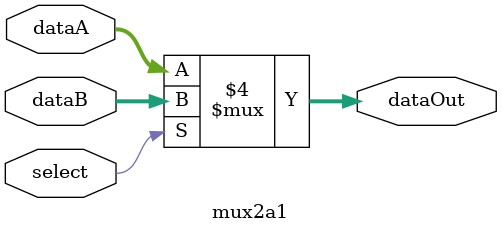
<source format=v>
module mux2a1(
	input select,
	input [7:0] dataA,dataB,
	output reg [7:0] dataOut
);

always@(*)
begin
	if(!select)
		dataOut=dataA;
	else
		dataOut=dataB;
end
endmodule

</source>
